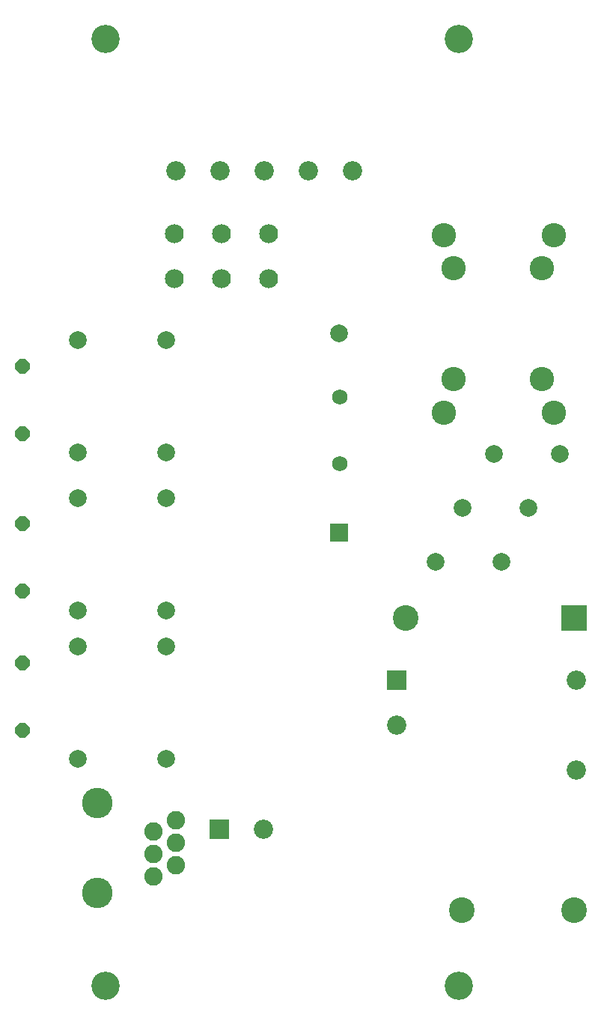
<source format=gbs>
G04 EAGLE Gerber RS-274X export*
G75*
%MOMM*%
%FSLAX34Y34*%
%LPD*%
%INSoldermask Bottom*%
%IPPOS*%
%AMOC8*
5,1,8,0,0,1.08239X$1,22.5*%
G01*
%ADD10C,3.203200*%
%ADD11C,2.003200*%
%ADD12C,2.082800*%
%ADD13C,3.454400*%
%ADD14P,1.803519X8X292.500000*%
%ADD15C,2.133600*%
%ADD16R,2.903200X2.903200*%
%ADD17C,2.903200*%
%ADD18R,2.183200X2.183200*%
%ADD19C,2.183200*%
%ADD20C,2.743200*%
%ADD21R,2.003200X2.003200*%
%ADD22C,1.733200*%


D10*
X165000Y65000D03*
X165000Y1135000D03*
X565000Y65000D03*
X565000Y1135000D03*
D11*
X233920Y321240D03*
X233920Y448240D03*
X133920Y448240D03*
X133920Y321240D03*
D12*
X245020Y251790D03*
X219620Y239090D03*
X245020Y226390D03*
X219620Y213690D03*
X245020Y200990D03*
X219620Y188290D03*
D13*
X156120Y270840D03*
X156120Y169240D03*
D14*
X71120Y429260D03*
X71120Y353060D03*
D11*
X233920Y489200D03*
X233920Y616200D03*
X133920Y616200D03*
X133920Y489200D03*
D14*
X71120Y586740D03*
X71120Y510540D03*
D11*
X233920Y667320D03*
X233920Y794320D03*
X133920Y794320D03*
X133920Y667320D03*
D14*
X71120Y764540D03*
X71120Y688340D03*
D15*
X296740Y914520D03*
X296740Y863720D03*
X350000Y914520D03*
X350000Y863720D03*
X243480Y914520D03*
X243480Y863720D03*
D16*
X695000Y480000D03*
D17*
X504500Y480000D03*
X567950Y149800D03*
X695000Y149800D03*
D18*
X495000Y410000D03*
D19*
X495000Y359200D03*
X698200Y308400D03*
X698200Y410000D03*
D11*
X604520Y665480D03*
X679520Y665480D03*
X568960Y604520D03*
X643960Y604520D03*
X538480Y543560D03*
X613480Y543560D03*
D20*
X559200Y875680D03*
X659200Y875680D03*
X559200Y750680D03*
X659200Y750680D03*
X547600Y912980D03*
X672600Y912980D03*
X547600Y711980D03*
X672600Y711980D03*
D21*
X429240Y577000D03*
D11*
X429240Y802000D03*
D22*
X430240Y655000D03*
X430240Y730000D03*
D19*
X344200Y241600D03*
D18*
X294200Y241600D03*
D19*
X444880Y985660D03*
X394880Y985660D03*
X344880Y985660D03*
X294880Y985660D03*
X244880Y985660D03*
M02*

</source>
